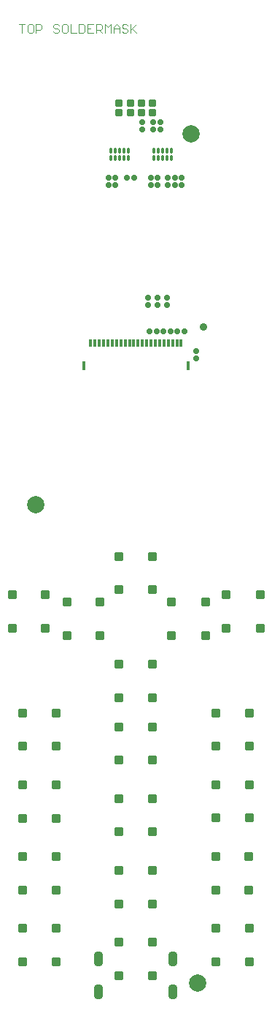
<source format=gts>
G04*
G04 #@! TF.GenerationSoftware,Altium Limited,Altium Designer,21.9.2 (33)*
G04*
G04 Layer_Color=152*
%FSLAX25Y25*%
%MOIN*%
G70*
G04*
G04 #@! TF.SameCoordinates,38B2C1F3-0FCD-4184-AA18-E5AB633A714F*
G04*
G04*
G04 #@! TF.FilePolarity,Negative*
G04*
G01*
G75*
%ADD12C,0.00394*%
%ADD23C,0.03543*%
G04:AMPARAMS|DCode=24|XSize=35.43mil|YSize=31.5mil|CornerRadius=5.41mil|HoleSize=0mil|Usage=FLASHONLY|Rotation=270.000|XOffset=0mil|YOffset=0mil|HoleType=Round|Shape=RoundedRectangle|*
%AMROUNDEDRECTD24*
21,1,0.03543,0.02067,0,0,270.0*
21,1,0.02461,0.03150,0,0,270.0*
1,1,0.01083,-0.01034,-0.01230*
1,1,0.01083,-0.01034,0.01230*
1,1,0.01083,0.01034,0.01230*
1,1,0.01083,0.01034,-0.01230*
%
%ADD24ROUNDEDRECTD24*%
G04:AMPARAMS|DCode=25|XSize=24.41mil|YSize=24.41mil|CornerRadius=6.06mil|HoleSize=0mil|Usage=FLASHONLY|Rotation=90.000|XOffset=0mil|YOffset=0mil|HoleType=Round|Shape=RoundedRectangle|*
%AMROUNDEDRECTD25*
21,1,0.02441,0.01228,0,0,90.0*
21,1,0.01228,0.02441,0,0,90.0*
1,1,0.01213,0.00614,0.00614*
1,1,0.01213,0.00614,-0.00614*
1,1,0.01213,-0.00614,-0.00614*
1,1,0.01213,-0.00614,0.00614*
%
%ADD25ROUNDEDRECTD25*%
G04:AMPARAMS|DCode=26|XSize=24.41mil|YSize=24.41mil|CornerRadius=6.06mil|HoleSize=0mil|Usage=FLASHONLY|Rotation=0.000|XOffset=0mil|YOffset=0mil|HoleType=Round|Shape=RoundedRectangle|*
%AMROUNDEDRECTD26*
21,1,0.02441,0.01228,0,0,0.0*
21,1,0.01228,0.02441,0,0,0.0*
1,1,0.01213,0.00614,-0.00614*
1,1,0.01213,-0.00614,-0.00614*
1,1,0.01213,-0.00614,0.00614*
1,1,0.01213,0.00614,0.00614*
%
%ADD26ROUNDEDRECTD26*%
G04:AMPARAMS|DCode=27|XSize=15.75mil|YSize=31.5mil|CornerRadius=3.45mil|HoleSize=0mil|Usage=FLASHONLY|Rotation=0.000|XOffset=0mil|YOffset=0mil|HoleType=Round|Shape=RoundedRectangle|*
%AMROUNDEDRECTD27*
21,1,0.01575,0.02461,0,0,0.0*
21,1,0.00886,0.03150,0,0,0.0*
1,1,0.00689,0.00443,-0.01230*
1,1,0.00689,-0.00443,-0.01230*
1,1,0.00689,-0.00443,0.01230*
1,1,0.00689,0.00443,0.01230*
%
%ADD27ROUNDEDRECTD27*%
G04:AMPARAMS|DCode=28|XSize=15.75mil|YSize=43.31mil|CornerRadius=3.45mil|HoleSize=0mil|Usage=FLASHONLY|Rotation=0.000|XOffset=0mil|YOffset=0mil|HoleType=Round|Shape=RoundedRectangle|*
%AMROUNDEDRECTD28*
21,1,0.01575,0.03642,0,0,0.0*
21,1,0.00886,0.04331,0,0,0.0*
1,1,0.00689,0.00443,-0.01821*
1,1,0.00689,-0.00443,-0.01821*
1,1,0.00689,-0.00443,0.01821*
1,1,0.00689,0.00443,0.01821*
%
%ADD28ROUNDEDRECTD28*%
%ADD29C,0.07874*%
G04:AMPARAMS|DCode=30|XSize=43.31mil|YSize=39.37mil|CornerRadius=5.51mil|HoleSize=0mil|Usage=FLASHONLY|Rotation=180.000|XOffset=0mil|YOffset=0mil|HoleType=Round|Shape=RoundedRectangle|*
%AMROUNDEDRECTD30*
21,1,0.04331,0.02835,0,0,180.0*
21,1,0.03228,0.03937,0,0,180.0*
1,1,0.01102,-0.01614,0.01417*
1,1,0.01102,0.01614,0.01417*
1,1,0.01102,0.01614,-0.01417*
1,1,0.01102,-0.01614,-0.01417*
%
%ADD30ROUNDEDRECTD30*%
G04:AMPARAMS|DCode=31|XSize=11.81mil|YSize=27.56mil|CornerRadius=3.94mil|HoleSize=0mil|Usage=FLASHONLY|Rotation=0.000|XOffset=0mil|YOffset=0mil|HoleType=Round|Shape=RoundedRectangle|*
%AMROUNDEDRECTD31*
21,1,0.01181,0.01968,0,0,0.0*
21,1,0.00394,0.02756,0,0,0.0*
1,1,0.00787,0.00197,-0.00984*
1,1,0.00787,-0.00197,-0.00984*
1,1,0.00787,-0.00197,0.00984*
1,1,0.00787,0.00197,0.00984*
%
%ADD31ROUNDEDRECTD31*%
G04:AMPARAMS|DCode=32|XSize=43.31mil|YSize=39.37mil|CornerRadius=5.51mil|HoleSize=0mil|Usage=FLASHONLY|Rotation=90.000|XOffset=0mil|YOffset=0mil|HoleType=Round|Shape=RoundedRectangle|*
%AMROUNDEDRECTD32*
21,1,0.04331,0.02835,0,0,90.0*
21,1,0.03228,0.03937,0,0,90.0*
1,1,0.01102,0.01417,0.01614*
1,1,0.01102,0.01417,-0.01614*
1,1,0.01102,-0.01417,-0.01614*
1,1,0.01102,-0.01417,0.01614*
%
%ADD32ROUNDEDRECTD32*%
%ADD33O,0.04331X0.07087*%
%ADD34C,0.00394*%
D12*
X830102Y1056721D02*
X832726D01*
X831414D01*
Y1052785D01*
X836006Y1056721D02*
X834694D01*
X834038Y1056065D01*
Y1053441D01*
X834694Y1052785D01*
X836006D01*
X836662Y1053441D01*
Y1056065D01*
X836006Y1056721D01*
X837974Y1052785D02*
Y1056721D01*
X839942D01*
X840598Y1056065D01*
Y1054753D01*
X839942Y1054097D01*
X837974D01*
X848469Y1056065D02*
X847813Y1056721D01*
X846501D01*
X845845Y1056065D01*
Y1055409D01*
X846501Y1054753D01*
X847813D01*
X848469Y1054097D01*
Y1053441D01*
X847813Y1052785D01*
X846501D01*
X845845Y1053441D01*
X851749Y1056721D02*
X850437D01*
X849781Y1056065D01*
Y1053441D01*
X850437Y1052785D01*
X851749D01*
X852405Y1053441D01*
Y1056065D01*
X851749Y1056721D01*
X853717D02*
Y1052785D01*
X856341D01*
X857653Y1056721D02*
Y1052785D01*
X859620D01*
X860276Y1053441D01*
Y1056065D01*
X859620Y1056721D01*
X857653D01*
X864212D02*
X861588D01*
Y1052785D01*
X864212D01*
X861588Y1054753D02*
X862900D01*
X865524Y1052785D02*
Y1056721D01*
X867492D01*
X868148Y1056065D01*
Y1054753D01*
X867492Y1054097D01*
X865524D01*
X866836D02*
X868148Y1052785D01*
X869460D02*
Y1056721D01*
X870772Y1055409D01*
X872084Y1056721D01*
Y1052785D01*
X873396D02*
Y1055409D01*
X874708Y1056721D01*
X876019Y1055409D01*
Y1052785D01*
Y1054753D01*
X873396D01*
X879955Y1056065D02*
X879299Y1056721D01*
X877987D01*
X877331Y1056065D01*
Y1055409D01*
X877987Y1054753D01*
X879299D01*
X879955Y1054097D01*
Y1053441D01*
X879299Y1052785D01*
X877987D01*
X877331Y1053441D01*
X881267Y1056721D02*
Y1052785D01*
Y1054097D01*
X883891Y1056721D01*
X881923Y1054753D01*
X883891Y1052785D01*
D23*
X914347Y918831D02*
D03*
D24*
X891315Y1016469D02*
D03*
X886197D02*
D03*
X875961D02*
D03*
X881079D02*
D03*
X881079Y1020800D02*
D03*
X875961D02*
D03*
X886197D02*
D03*
X891315D02*
D03*
D25*
X905764Y916862D02*
D03*
X902457D02*
D03*
X879622Y986941D02*
D03*
X894740Y1008988D02*
D03*
Y1012138D02*
D03*
X899465Y916862D02*
D03*
X889859D02*
D03*
X891433Y1008988D02*
D03*
X882929Y986941D02*
D03*
X891433Y1012138D02*
D03*
X893166Y916862D02*
D03*
X896158D02*
D03*
D26*
X889150Y928988D02*
D03*
Y932296D02*
D03*
X904504Y983713D02*
D03*
Y987020D02*
D03*
X886394Y1012217D02*
D03*
Y1008910D02*
D03*
X897811Y932296D02*
D03*
X893480Y987020D02*
D03*
X898205D02*
D03*
X871040D02*
D03*
X874189D02*
D03*
X890331D02*
D03*
X901355D02*
D03*
X911107Y907886D02*
D03*
X893480Y928988D02*
D03*
X897811D02*
D03*
X911107Y904579D02*
D03*
X874189Y983713D02*
D03*
X871040D02*
D03*
X890331D02*
D03*
X901355D02*
D03*
X898205D02*
D03*
X893480D02*
D03*
Y932296D02*
D03*
D27*
X876748Y911646D02*
D03*
X874780D02*
D03*
X870843D02*
D03*
X864937D02*
D03*
X868874D02*
D03*
X880685Y911646D02*
D03*
X882654Y911646D02*
D03*
X884622D02*
D03*
X886591Y911646D02*
D03*
X888559D02*
D03*
X892496Y911646D02*
D03*
X900370Y911646D02*
D03*
X902339Y911646D02*
D03*
X896433Y911646D02*
D03*
X894465D02*
D03*
X862969Y911646D02*
D03*
X866906D02*
D03*
X872811D02*
D03*
X878717Y911646D02*
D03*
X890528Y911646D02*
D03*
X898402Y911646D02*
D03*
X904307Y911646D02*
D03*
D28*
X859859Y901213D02*
D03*
X907417D02*
D03*
D29*
X911985Y620012D02*
D03*
X908835Y1007020D02*
D03*
X837969Y837729D02*
D03*
D30*
X831965Y644954D02*
D03*
X847122D02*
D03*
X831965Y629600D02*
D03*
X847122D02*
D03*
X920154Y662296D02*
D03*
X935311D02*
D03*
X867201Y793553D02*
D03*
X852044D02*
D03*
X827044Y781494D02*
D03*
X842201D02*
D03*
X831965Y694992D02*
D03*
X847122D02*
D03*
Y677650D02*
D03*
X831965D02*
D03*
X827044Y796848D02*
D03*
X842201D02*
D03*
X852044Y778199D02*
D03*
X867201D02*
D03*
X831965Y662296D02*
D03*
X847122D02*
D03*
Y710347D02*
D03*
X831965D02*
D03*
X935311Y677650D02*
D03*
X920154D02*
D03*
D31*
X893874Y999304D02*
D03*
Y995839D02*
D03*
X897811Y999304D02*
D03*
Y995839D02*
D03*
X872221Y995839D02*
D03*
Y999304D02*
D03*
X874189D02*
D03*
Y995839D02*
D03*
X891906Y999304D02*
D03*
Y995839D02*
D03*
X878126Y995839D02*
D03*
Y999304D02*
D03*
X899780Y999304D02*
D03*
Y995839D02*
D03*
X895843Y999304D02*
D03*
Y995839D02*
D03*
X876158Y995839D02*
D03*
Y999304D02*
D03*
X880095Y995839D02*
D03*
Y999304D02*
D03*
D32*
X924977Y796750D02*
D03*
X920055Y742945D02*
D03*
X920055Y695091D02*
D03*
X924977Y781592D02*
D03*
X920055Y727787D02*
D03*
X899977Y793455D02*
D03*
X920055Y710248D02*
D03*
X920055Y644855D02*
D03*
Y629698D02*
D03*
X899977Y778297D02*
D03*
X875961Y814230D02*
D03*
Y765143D02*
D03*
Y736591D02*
D03*
Y799073D02*
D03*
Y749985D02*
D03*
Y721433D02*
D03*
X831866Y742945D02*
D03*
Y727787D02*
D03*
X875961Y703894D02*
D03*
Y688737D02*
D03*
Y656040D02*
D03*
Y671198D02*
D03*
Y623344D02*
D03*
Y638501D02*
D03*
X940331Y796750D02*
D03*
Y781592D02*
D03*
X935410Y710248D02*
D03*
Y695091D02*
D03*
X915331Y778297D02*
D03*
Y793455D02*
D03*
X891315Y799073D02*
D03*
Y814230D02*
D03*
Y749985D02*
D03*
Y765143D02*
D03*
X847221Y727787D02*
D03*
Y742945D02*
D03*
X891315Y721433D02*
D03*
Y736591D02*
D03*
Y688737D02*
D03*
Y703894D02*
D03*
X935410Y727787D02*
D03*
Y742945D02*
D03*
Y629698D02*
D03*
Y644855D02*
D03*
X891315Y656040D02*
D03*
Y671198D02*
D03*
Y623344D02*
D03*
Y638501D02*
D03*
D33*
X866630Y615878D02*
D03*
X900646D02*
D03*
Y630839D02*
D03*
X866630D02*
D03*
D34*
X927732Y1008201D02*
D03*
X839544D02*
D03*
X927732Y621193D02*
D03*
X839544D02*
D03*
X907260Y747965D02*
D03*
X860016D02*
D03*
X928225Y923162D02*
D03*
X939051D02*
D03*
M02*

</source>
